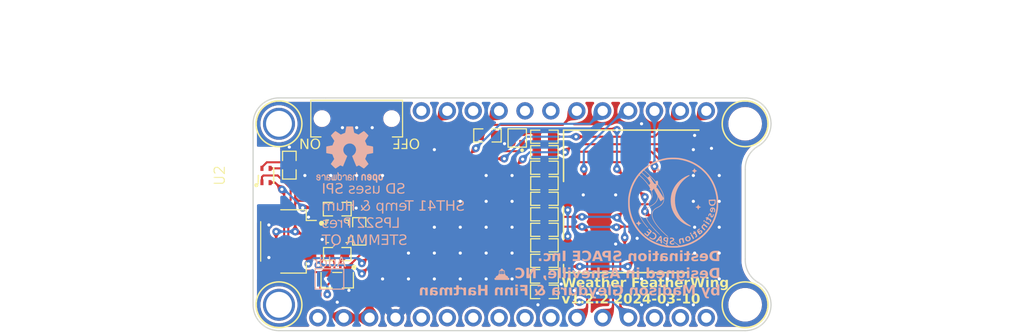
<source format=kicad_pcb>
(kicad_pcb (version 20221018) (generator pcbnew)
  (title_block (title "Weather Featherwing v1.2.1") (date "2024-03-10") (rev "03") (comment 1 "Madison Gleydura") (comment 2 "FINAL") (comment 3 "2024"))
  (layers (0 "F.Cu" signal) (31 "B.Cu" signal) (34 "B.Paste" user) (35 "F.Paste" user) (36 "B.SilkS" user "B.Silkscreen") (37 "F.SilkS" user "F.Silkscreen") (38 "B.Mask" user) (39 "F.Mask" user) (44 "Edge.Cuts" user))
  (net 0 "")
  (net 1 "/A0")
  (net 2 "+3V3")
  (net 3 "GND")
  (net 4 "Net-(D1-DIN)")
  (net 6 "/RST")
  (net 7 "unconnected-(SW1-C-Pad3)")
  (net 8 "/A1")
  (net 9 "/A2")
  (net 10 "/A3")
  (net 11 "/A4")
  (net 12 "/A5")
  (net 13 "/SCK")
  (net 14 "/MOSI")
  (net 15 "/MISO")
  (net 16 "/RX")
  (net 17 "/TX")
  (net 18 "/DBG")
  (net 19 "/DAT2")
  (net 20 "/CS_SD")
  (net 21 "/DAT1")
  (net 22 "/CD")
  (net 23 "/SDA")
  (net 24 "/SCL")
  (net 25 "Net-(JP1-B)")
  (net 26 "/NP_DIN")
  (net 27 "/LPS_INT")
  (net 28 "/EEPROM_SCIO")
  (net 29 "/D12")
  (net 30 "/USB")
  (net 31 "/EN")
  (net 32 "/BAT")
  (net 33 "/D11")
  (net 34 "Net-(U1-CS)")
  (footprint "lib_fp:RESC160X80X55L30N" (layer "F.Cu") (at 142.875 107.95)
    (fp_text reference "R5" hide)
    (fp_text value "10K" hide)
  )
  (footprint "lib_fp:SHT4x" (layer "F.Cu") (at 115.57 104.14 90)
    (fp_text reference "U2")
    (fp_text value "SHT41")
  )
  (footprint "lib_fp:SOT95P237X112-3N" (layer "F.Cu") (at 122.555 114.427 180)
    (fp_text reference "U3" hide)
    (fp_text value "11AA010" hide)
  )
  (footprint "lib_fp:IN-PI15TAT5R5G5B" (layer "F.Cu") (at 140.208 100.457 90)
    (fp_text reference "D1" hide)
    (fp_text value "IN-PI15TAT" hide)
  )
  (footprint "lib_fp:M2.54_NPTH" (layer "F.Cu") (at 162.56 99.06)
    (fp_text reference "H3" hide)
    (fp_text value "M2.5" hide)
  )
  (footprint "lib_fp:MEM2061" (layer "F.Cu") (at 158.3 106.68 90)
    (fp_text reference "J3" hide)
    (fp_text value "MEM2061" hide)
  )
  (footprint "lib_fp:RESC160X80X55L30N" (layer "F.Cu") (at 124.714 109.6264 90)
    (fp_text reference "R10" hide)
    (fp_text value "10K" hide)
  )
  (footprint "lib_fp:RESC160X80X55L30N" (layer "F.Cu") (at 122.555 111.8616 180)
    (fp_text reference "R11" hide)
    (fp_text value "10K" hide)
  )
  (footprint "lib_fp:RESC160X80X55L30N" (layer "F.Cu") (at 142.875 109.474)
    (fp_text reference "R4" hide)
    (fp_text value "10K" hide)
  )
  (footprint "lib_fp:CAPC160X80X88L35N" (layer "F.Cu") (at 142.875 115.57)
    (fp_text reference "C1" hide)
    (fp_text value "10uF" hide)
  )
  (footprint "lib_fp:RESC160X80X55L30N" (layer "F.Cu") (at 142.875 112.522)
    (fp_text reference "R2" hide)
    (fp_text value "10K" hide)
  )
  (footprint "DS-Master-Mounting-Holes:M2.54_NPTH" (layer "F.Cu") (at 162.56 116.84)
    (fp_text reference "H4" hide)
    (fp_text value "M2.5" hide)
  )
  (footprint "lib_fp:LPS22" (layer "F.Cu") (at 122.555 109.6264)
    (fp_text reference "U1" hide)
    (fp_text value "LPS22HB" hide)
  )
  (footprint "lib_fp:JST_SH_SM04B-SRSS-TB" (layer "F.Cu") (at 117.7304 110.6156 -90)
    (fp_text reference "J4" hide)
    (fp_text value "STEMMA-QT" hide)
  )
  (footprint "lib_fp:RESC160X80X55L30N" (layer "F.Cu") (at 142.875 101.854)
    (fp_text reference "R8" hide)
    (fp_text value "4K7" hide)
  )
  (footprint "lib_fp:Fiducial_1mm_Mask2mm" (layer "F.Cu") (at 161.3408 102.362)
    (fp_text reference "FID1" hide)
    (fp_text value "Fiducial")
  )
  (footprint "lib_fp:M2.54_PTH" (layer "F.Cu") (at 116.84 99.06)
    (fp_text reference "H1" hide)
    (fp_text value "M2.5" hide)
  )
  (footprint "lib_fp:RESC160X80X55L30N" (layer "F.Cu") (at 137.287 100.203)
    (fp_text reference "R12" hide)
    (fp_text value "470R" hide)
  )
  (footprint "lib_fp:CAPC160X80X88L35N" (layer "F.Cu") (at 142.875 114.046)
    (fp_text reference "C2" hide)
    (fp_text value "100nF" hide)
  )
  (footprint "lib_fp:RESC160X80X55L30N" (layer "F.Cu") (at 142.875 106.426)
    (fp_text reference "R1" hide)
    (fp_text value "10K" hide)
  )
  (footprint "lib_fp:Fiducial_1mm_Mask2mm" (layer "F.Cu") (at 119.6848 102.362)
    (fp_text reference "FID3" hide)
    (fp_text value "Fiducial")
  )
  (footprint "lib_fp:Fiducial_1mm_Mask2mm" (layer "F.Cu") (at 119.6848 114.935)
    (fp_text reference "FID2" hide)
    (fp_text value "Fiducial")
  )
  (footprint "lib_fp:JS102011SAQN" (layer "F.Cu") (at 124.46 98.552 180)
    (fp_text reference "SW1" hide)
    (fp_text value "JS102011SAQN" hide)
  )
  (footprint "lib_fp:CAPC160X80X88L35N" (layer "F.Cu") (at 122.555 107.442)
    (fp_text reference "C3" hide)
    (fp_text value "100nF" hide)
  )
  (footprint "lib_fp:RESC160X80X55L30N" (layer "F.Cu") (at 142.875 103.378)
    (fp_text reference "R7" hide)
    (fp_text value "10K" hide)
  )
  (footprint "lib_fp:M2.54_PTH" (layer "F.Cu") (at 116.84 116.84)
    (fp_text reference "H2" hide)
    (fp_text value "M2.5" hide)
  )
  (footprint "lib_fp:RESC160X80X55L30N" (layer "F.Cu") (at 142.875 100.33)
    (fp_text reference "R9" hide)
    (fp_text value "4K7" hide)
  )
  (footprint "lib_fp:RESC160X80X55L30N" (layer "F.Cu") (at 142.875 104.902)
    (fp_text reference "R6" hide)
    (fp_text value "10K" hide)
  )
  (footprint "lib_fp:RESC160X80X55L30N" (layer "F.Cu") (at 142.875 110.998)
    (fp_text reference "R3" hide)
    (fp_text value "10K" hide)
  )
  (footprint "lib_fp:CAPC160X80X88L35N" (layer "F.Cu") (at 117.856 103.124 90)
    (fp_text reference "C4" hide)
    (fp_text value "100nF" hide)
  )
  (footprint "Symbol:OSHW-Logo2_7.3x6mm_SilkScreen" (layer "B.Cu") (at 123.7742 102.0826 180)
    (fp_text reference "REF**" hide)
    (fp_text value "OSHW-Logo2_7.3x6mm_SilkScreen" hide)
  )
  (footprint "lib_fp:conn_01x12_254" (layer "B.Cu") (at 158.75 97.79 90)
    (fp_text reference "J2" hide)
    (fp_text value "Feather_Header_01x12" hide)
  )
  (footprint "lib_fp:SolderJumper-2_P1.3mm_Open_TrianglePad1.0x1.5mm" (layer "B.Cu") (at 121.793 114.3 180)
    (fp_text reference "JP1" hide)
    (fp_text value "Jumper_2_Open" hide)
  )
  (footprint "lib_fp:ds-silkscreen-logo-10x10" (layer "B.Cu") (at 156.083 107.403601 180)
    (fp_text reference "G***" hide)
    (fp_text value "LOGO" hide)
  )
  (footprint "lib_fp:conn_01x16_254" (layer "B.Cu") (at 120.65 118.11 -90)
    (fp_text reference "J1" hide)
    (fp_text value "Feather_Header_01x16" hide)
  )
  (footprint "DS-Master-Logos-and-Graphics:avlLogo_2" (layer "B.Cu") (at 138.7094 113.8428 180)
    (fp_text reference "G***" hide)
    (fp_text value "LOGO" hide)
  )
  (gr_arc locked (start 163.836656 114.644151) (mid 162.886209 113.669615) (end 162.575444 112.344287) (stroke (width 0.12)) (layer "Edge.Cuts"))
  (gr_line locked (start 114.3 99.06) (end 114.3 116.84) (stroke (width 0.12)) (layer "Edge.Cuts"))
  (gr_line locked (start 116.84 119.38) (end 162.56 119.38) (stroke (width 0.12)) (layer "Edge.Cuts"))
  (gr_arc locked (start 162.56 96.52) (mid 164.356051 97.263949) (end 165.1 99.06) (stroke (width 0.12)) (layer "Edge.Cuts"))
  (gr_arc locked (start 163.836656 114.644152) (mid 164.761625 115.573333) (end 165.1 116.84) (stroke (width 0.12)) (layer "Edge.Cuts"))
  (gr_line locked (start 121.436 96.52) (end 162.56 96.52) (stroke (width 0.12)) (layer "Edge.Cuts"))
  (gr_arc locked (start 165.1 116.84) (mid 164.356051 118.636051) (end 162.56 119.38) (stroke (width 0.12)) (layer "Edge.Cuts"))
  (gr_arc locked (start 116.84 119.38) (mid 115.043949 118.636051) (end 114.3 116.84) (stroke (width 0.12)) (layer "Edge.Cuts"))
  (gr_line locked (start 162.575444 103.555713) (end 162.575444 112.344287) (stroke (width 0.12)) (layer "Edge.Cuts"))
  (gr_arc locked (start 162.575444 103.555713) (mid 162.886208 102.230385) (end 163.836656 101.255849) (stroke (width 0.12)) (layer "Edge.Cuts"))
  (gr_arc locked (start 114.3 99.06) (mid 115.043949 97.263949) (end 116.84 96.52) (stroke (width 0.12)) (layer "Edge.Cuts"))
  (gr_arc locked (start 165.1 99.06) (mid 164.761625 100.326667) (end 163.836656 101.255848) (stroke (width 0.12)) (layer "Edge.Cuts"))
  (gr_line locked (start 116.84 96.52) (end 121.436 96.52) (stroke (width 0.12)) (layer "Edge.Cuts"))
  (gr_text "SD uses SPI\nSHT41 Temp & Hum\nLPS22 Pres\nSTEMMA QT" (at 121.031 111.125) (layer "B.SilkS") (effects (font (size 1 1) (thickness 0.12)) (justify right bottom mirror)))
  (gr_text "Destination SPACE Inc.\nDesigned in Asheville, NC\nby Madison Gleydura & Finn Hartman" (at 160.147 116.078) (layer "B.SilkS") (effects (font (size 1 1) (thickness 0.2) bold) (justify left bottom mirror)))
  (gr_text "Addr" (at 121.793 113.3) (layer "B.SilkS") (effects (font (size 1 1) (thickness 0.12)) (justify bottom mirror)))
  (gr_text "ON" (at 120.96 100.352 180) (layer "F.SilkS") (effects (font (size 1 1) (thickness 0.12)) (justify left bottom)))
  (gr_text "Weather FeatherWing\nv1.2.2 2024-03-10" (at 144.5514 115.5192) (layer "F.SilkS") (effects (font (size 0.95 0.95) (thickness 0.15) bold) (justify left)))
  (gr_text "OFF" (at 127.96 100.352 180) (layer "F.SilkS") (effects (font (size 1 1) (thickness 0.12)) (justify right bottom)))
  (segment (start 121.464058 113.628942) (end 121.605 113.488) (width 0.2) (layer "F.Cu") (net 2))
  (segment (start 124.714 110.3814) (end 124.714 110.4576) (width 0.5) (layer "F.Cu") (net 2))
  (segment (start 126.111 115.57) (end 142.125 115.57) (width 0.35) (layer "F.Cu") (net 2))
  (segment (start 149.897 99.5655) (end 142.8845 99.5655) (width 0.2) (layer "F.Cu") (net 2))
  (segment (start 125.73 115.951) (end 125.73 115.57) (width 0.35) (layer "F.Cu") (net 2))
  (segment (start 118.491 106.6292) (end 118.745 106.6292) (width 0.2) (layer "F.Cu") (net 2))
  (segment (start 123.19 118.11) (end 122.34 118.11) (width 0.2) (layer "F.Cu") (net 2))
  (segment (start 115.97 103.44) (end 117.422 103.44) (width 0.2) (layer "F.Cu") (net 2))
  (segment (start 120.001209 113.4885) (end 120.141651 113.628942) (width 0.2) (layer "F.Cu") (net 2))
  (segment (start 125.73 115.57) (end 126.111 115.57) (width 0.35) (layer "F.Cu") (net 2))
  (segment (start 120.141651 113.628942) (end 120.904 113.628942) (width 0.2) (layer "F.Cu") (net 2))
  (segment (start 122.0002 108.8604) (end 122.055 108.8604) (width 0.25) (layer "F.Cu") (net 2))
  (segment (start 122.34 118.11) (end 120.904 116.674) (width 0.2) (layer "F.Cu") (net 2))
  (segment (start 118.4289 109.650997) (end 118.4278 109.649897) (width 0.2) (layer "F.Cu") (net 2))
  (segment (start 123.10288 114.4545) (end 122.8575 114.20912) (width 0.25) (layer "F.Cu") (net 2))
  (segment (start 118.745 106.6292) (end 121.0056 106.6292) (width 0.2) (layer "F.Cu") (net 2))
  (segment (start 118.745 106.6292) (end 118.7326 106.6292) (width 0.2) (layer "F.Cu") (net 2))
  (segment (start 121.789 109.3764) (end 121.789 109.0716) (width 0.25) (layer "F.Cu") (net 2))
  (segment (start 122.8575 114.20912) (end 122.8575 112.3141) (width 0.25) (layer "F.Cu") (net 2))
  (segment (start 121.805 107.4286) (end 121.805 107.442) (width 0.2) (layer "F.Cu") (net 2))
  (segment (start 119.231136 110.1156) (end 119.7304 110.1156) (width 0.2) (layer "F.Cu") (net 2))
  (segment (start 124.6145 114.4545) (end 123.10288 114.4545) (width 0.25) (layer "F.Cu") (net 2))
  (segment (start 117.422 103.44) (end 117.856 103.874) (width 0.2) (layer "F.Cu") (net 2))
  (segment (start 118.4278 104.4458) (end 117.856 103.874) (width 0.2) (layer "F.Cu") (net 2))
  (segment (start 153.1246 108.065) (end 155.9 108.065) (width 0.2) (layer "F.Cu") (net 2))
  (segment (start 118.4278 106.934) (end 118.4278 106.299) (width 0.2) (layer "F.Cu") (net 2))
  (segment (start 125.73 115.951) (end 126.111 115.57) (width 0.35) (layer "F.Cu") (net 2))
  (segment (start 118.7326 106.6292) (end 118.4278 106.934) (width 0.2) (layer "F.Cu") (net 2))
  (segment (start 149.987 99.6555) (end 149.897 99.5655) (width 0.2) (layer "F.Cu") (net 2))
  (segment (start 142.8845 99.5655) (end 142.12 100.33) (width 0.2) (layer "F.Cu") (net 2))
  (segment (start 152.7302 107.6706) (end 153.1246 108.065) (width 0.2) (layer "F.Cu") (net 2))
  (segment (start 125.73 115.57) (end 124.6145 114.4545) (width 0.25) (layer "F.Cu") (net 2))
  (segment (start 122.055 108.8604) (end 122.055 107.692) (width 0.25) (layer "F.Cu") (net 2))
  (segment (start 118.766533 109.650997) (end 119.231136 110.1156) (width 0.2) (layer "F.Cu") (net 2))
  (segment (start 149.987 103.505) (end 152.7302 106.2482) (width 0.2) (layer "F.Cu") (net 2))
  (segment (start 121.789 109.0716) (end 122.0002 108.8604) (width 0.25) (layer "F.Cu") (net 2))
  (segment (start 122.055 107.692) (end 121.805 107.442) (width 0.25) (layer "F.Cu") (net 2))
  (segment (start 140.683 99.982) (end 141.772 99.982) (width 0.2) (layer "F.Cu") (net 2))
  (segment (start 122.8575 112.3141) (end 123.31 111.8616) (width 0.25) (layer "F.Cu") (net 2))
  (segment (start 118.9495 113.4885) (end 120.001209 113.4885) (width 0.2) (layer "F.Cu") (net 2))
  (segment (start 116.5606 109.6518) (end 116.5606 111.0996) (width 0.2) (layer "F.Cu") (net 2))
  (segment (start 120.904 116.674) (end 120.904 113.628942) (width 0.2) (layer "F.Cu") (net 2))
  (segment (start 141.772 99.982) (end 142.12 100.33) (width 0.2) (layer "F.Cu") (net 2))
  (segment (start 125.73 118.11) (end 123.19 118.11) (width 0.35) (layer "F.Cu") (net 2))
  (segment (start 118.745 106.6292) (end 118.745 106.6162) (width 0.2) (layer "F.Cu") (net 2))
  (segment (start 118.4278 109.649897) (end 118.4278 106.934) (width 0.2) (layer "F.Cu") (net 2))
  (segment (start 120.904 113.628942) (end 121.464058 113.628942) (width 0.2) (layer "F.Cu") (net 2))
  (segment (start 118.4278 106.299) (end 118.4278 104.4458) (width 0.2) (layer "F.Cu") (net 2))
  (segment (start 116.5606 111.0996) (end 118.9495 113.4885) (width 0.2) (layer "F.Cu") (net 2))
  (segment (start 118.745 106.6162) (end 118.4278 106.299) (width 0.2) (layer "F.Cu") (net 2))
  (segment (start 119.7304 110.1156) (end 119.729 110.117) (width 0.2) (layer "F.Cu") (net 2))
  (segment (start 118.4289 109.650997) (end 118.766533 109.650997) (width 0.2) (layer "F.Cu") (net 2))
  (segment (start 124.714 110.4576) (end 123.31 111.8616) (width 0.5) (layer "F.Cu") (net 2))
  (segment (start 121.0056 106.6292) (end 121.805 107.4286) (width 0.2) (layer "F.Cu") (net 2))
  (segment (start 125.73 118.11) (end 125.73 115.951) (width 0.35) (layer "F.Cu") (net 2))
  (via (at 152.7302 107.6706) (size 0.75) (drill 0.31) (layers "F.Cu" "B.Cu") (net 2))
  (via (at 149.987 103.505) (size 0.75) (drill 0.31) (layers "F.Cu" "B.Cu") (net 2))
  (via (at 152.7302 106.2482) (size 0.75) (drill 0.31) (layers "F.Cu" "B.Cu") (net 2))
  (via (at 149.987 99.6555) (size 0.75) (drill 0.31) (layers "F.Cu" "B.Cu") (net 2))
  (via (at 118.4289 109.650997) (size 0.75) (drill 0.31) (layers "F.Cu" "B.Cu") (net 2))
  (via (at 116.5606 109.6518) (size 0.75) (drill 0.31) (layers "F.Cu" "B.Cu") (net 2))
  (segment (start 152.7302 106.2482) (end 152.7302 107.6706) (width 0.2) (layer "B.Cu") (net 2))
  (segment (start 149.987 99.6555) (end 149.987 103.505) (width 0.2) (layer "B.Cu") (net 2))
  (segment (start 118.4289 109.650997) (end 118.428097 109.6518) (width 0.2) (layer "B.Cu") (net 2))
  (segment (start 118.428097 109.6518) (end 116.5606 109.6518) (width 0.2) (layer "B.Cu") (net 2))
  (segment (start 121.07963 110.422125) (end 121.109355 110.3924) (width 0.2) (layer "F.Cu") (net 3))
  (segment (start 121.109355 110.3924) (end 122.055 110.3924) (width 0.2) (layer "F.Cu") (net 3))
  (segment (start 115.17 103.3208) (end 115.6462 102.8446) (width 0.2) (layer "F.Cu") (net 3))
  (segment (start 124.4092 107.3404) (end 123.4066 107.3404) (width 0.5) (layer "F.Cu") (net 3))
  (segment (start 115.8554 108.9946) (end 115.85 109) (width 0.2) (layer "F.Cu") (net 3))
  (segment (start 138.9634 101.0158) (end 139.6492 101.0158) (width 0.2) (layer "F.Cu") (net 3))
  (segment (start 117.3854 102.8446) (end 117.856 102.374) (width 0.2) (layer "F.Cu") (net 3))
  (segment (start 124.46 101.981) (end 124.46 101.302) (width 0.25) (layer "F.Cu") (net 3))
  (segment (start 115.8554 112.2054) (end 115.85 112.2) (width 0.2) (layer "F.Cu") (net 3))
  (segment (start 123.4066 107.3404) (end 123.305 107.442) (width 0.5) (layer "F.Cu") (net 3))
  (segment (start 115.6462 102.8446) (end 117.3854 102.8446) (width 0.2) (layer "F.Cu") (net 3))
  (segment (start 139.6492 101.0158) (end 139.733 100.932) (width 0.2) (layer "F.Cu") (net 3))
  (segment (start 115.17 103.44) (end 115.17 103.3208) (width 0.2) (layer "F.Cu") (net 3))
  (segment (start 122.555 108.8604) (end 123.055 108.8604) (width 0.2) (layer "F.Cu") (net 3))
  (via (at 149.86 110.871) (size 0.75) (drill 0.31) (layers "F.Cu" "B.Cu") (net 3))
  (via (at 149.86 106.045) (size 0.75) (drill 0.31) (layers "F.Cu" "B.Cu") (net 3))
  (via (at 132.08 109.22) (size 0.75) (drill 0.31) (layers "F.Cu" "B.Cu") (net 3))
  (via (at 152.4 114.3) (size 0.75) (drill 0.31) (layers "F.Cu" "B.Cu") (net 3))
  (via (at 115.85 112.2) (size 0.75) (drill 0.31) (layers "F.Cu" "B.Cu") (net 3))
  (via (at 134.62 111.76) (size 0.75) (drill 0.31) (layers "F.Cu" "B.Cu") (net 3))
  (via (at 157.48 104.14) (size 0.75) (drill 0.31) (layers "F.Cu" "B.Cu") (net 3))
  (via (at 121.07963 110.422125) (size 0.75) (drill 0.31) (layers "F.Cu" "B.Cu") (net 3))
  (via (at 124.46 104.14) (size 0.75) (drill 0.31) (layers "F.Cu" "B.Cu") (net 3))
  (via (at 117.856 101.346) (size 0.75) (drill 0.31) (layers "F.Cu" "B.Cu") (net 3))
  (via (at 132.08 101.6) (size 0.75) (drill 0.31) (layers "F.Cu" "B.Cu") (net 3))
  (via (at 137.16 106.68) (size 0.75) (drill 0.31) (layers "F.Cu" "B.Cu") (net 3))
  (via (at 160.02 104.14) (size 0.75) (drill 0.31) (layers "F.Cu" "B.Cu") (net 3))
  (via (at 123.063 99.441) (size 0.75) (drill 0.31) (layers "F.Cu" "B.Cu") (net 3))
  (via (at 134.62 114.3) (size 0.75) (drill 0.31) (layers "F.Cu" "B.Cu") (net 3))
  (via (at 124.4092 107.3404) (size 0.75) (drill 0.31) (layers "F.Cu" "B.Cu") (net 3))
  (via (at 139.7 114.3) (size 0.75) (drill 0.31) (layers "F.Cu" "B.Cu") (net 3))
  (via (at 151.9682 110.3122) (size 0.75) (drill 0.31) (layers "F.Cu" "B.Cu") (net 3))
  (via (at 132.08 114.3) (size 0.75) (drill 0.31) (layers "F.Cu" "B.Cu") (net 3))
  (via (at 157.607 111.76) (size 0.75) (drill 0.31) (layers "F.Cu" "B.Cu") (net 3))
  (via (at 139.7 111.76) (size 0.75) (drill 0.31) (layers "F.Cu" "B.Cu") (net 3))
  (via (at 138.9634 101.0158) (size 0.75) (drill 0.31) (layers "F.Cu" "B.Cu") (net 3))
  (via (at 154.94 114.3) (size 0.75) (drill 0.31) (layers "F.Cu" "B.Cu") (net 3))
  (via (at 159.258 101.473) (size 0.75) (drill 0.31) (layers "F.Cu" "B.Cu") (net 3))
  (via (at 134.62 109.22) (size 0.75) (drill 0.31) (layers "F.Cu" "B.Cu") (net 3))
  (via (at 129.54 114.3) (size 0.75) (drill 0.31) (layers "F.Cu" "B.Cu") (net 3))
  (via (at 137.16 104.14) (size 0.75) (drill 0.31) (layers "F.Cu" "B.Cu") (net 3))
  (via (at 160.02 106.68) (size 0.75) (drill 0.31) (layers "F.Cu" "B.Cu") (net 3))
  (via (at 137.16 114.3) (size 0.75) (drill 0.31) (layers "F.Cu" "B.Cu") (net 3))
  (via (at 157.48 106.68) (size 0.75) (drill 0.31) (layers "F.Cu" "B.Cu") (net 3))
  (via (at 157.607 109.22) (size 0.75) (drill 0.31) (layers "F.Cu" "B.Cu") (net 3))
  (via (at 145.796 115.443) (size 0.75) (drill 0.31) (layers "F.Cu" "B.Cu") (net 3))
  (via (at 134.62 106.68) (size 0.75) (drill 0.31) (layers "F.Cu" "B.Cu") (net 3))
  (via (at 139.7 109.22) (size 0.75) (drill 0.31) (layers "F.Cu" "B.Cu") (net 3))
  (via (at 152.4 116.84) (size 0.75) (drill 0.31) (layers "F.Cu" "B.Cu") (net 3))
  (via (at 137.16 109.22) (size 0.75) (drill 0.31) (layers "F.Cu" "B.Cu") (net 3))
  (via (at 115.85 109) (size 0.75) (drill 0.31) (layers "F.Cu" "B.Cu") (net 3))
  (via (at 152.4 99.06) (size 0.75) (drill 0.31) (layers "F.Cu" "B.Cu") (net 3))
  (via (at 160.02 114.3) (size 0.75) (drill 0.31) (layers "F.Cu" "B.Cu") (net 3))
  (via (at 160.02 111.76) (size 0.75) (drill 0.31) (layers "F.Cu" "B.Cu") (net 3))
  (via (at 123.698 115.4176) (size 0.75) (drill 0.31) (layers "F.Cu" "B.Cu") (net 3))
  (via (at 157.607 100.203) (size 0.75) (drill 0.31) (layers "F.Cu" "B.Cu") (net 3))
  (via (at 124.46 99.441) (size 0.75) (drill 0.31) (layers "F.Cu" "B.Cu") (net 3))
  (via (at 160.02 109.22) (size 0.75) (drill 0.31) (layers "F.Cu" "B.Cu") (net 3))
  (via (at 127 104.14) (size 0.75) (drill 0.31) (layers "F.Cu" "B.Cu") (net 3))
  (via (at 157.48 116.84) (size 0.75) (drill 0.31) (layers "F.Cu" "B.Cu") (net 3))
  (via (at 122.555 116.586) (size 0.75) (drill 0.31) (layers "F.Cu" "B.Cu") (net 3))
  (via (at 146.685 106.045) (size 0.75) (drill 0.31) (layers "F.Cu" "B.Cu") (net 3))
  (via (at 129.54 111.76) (size 0.75) (drill 0.31) (layers "F.Cu" "B.Cu") (net 3))
  (via (at 119.38 104.14) (size 0.75) (drill 0.31) (layers "F.Cu" "B.Cu") (net 3))
  (via (at 127 114.3) (size 0.75) (drill 0.31) (layers "F.Cu" "B.Cu") (net 3))
  (via (at 142.24 116.84) (size 0.75) (drill 0.31) (layers "F.Cu" "B.Cu") (net 3))
  (via (at 121.92 104.14) (size 0.75) (drill 0.31) (layers "F.Cu" "B.Cu") (net 3))
  (via (at 148.082 115.697) (size 0.75) (drill 0.31) (layers "F.Cu" "B.Cu") (net 3))
  (via (at 157.48 101.6) (size 0.75) (drill 0.31) (layers "F.Cu" "B.Cu") (net 3))
  (via (at 132.08 111.76) (size 0.75) (drill 0.31) (layers "F.Cu" "B.Cu") (net 3))
  (via (at 139.7 104.14) (size 0.75) (drill 0.31) (layers "F.Cu" "B.Cu") (net 3))
  (via (at 137.16 111.76) (size 0.75) (drill 0.31) (layers "F.Cu" "B.Cu") (net 3))
  (via (at 119.7356 108.2294) (size 0.75) (drill 0.31) (layers "F.Cu" "B.Cu") (net 3))
  (via (at 125.984 99.441) (size 0.75) (drill 0.31) (layers "F.Cu" "B.Cu") (net 3))
  (via (at 139.7 106.68) (size 0.75) (drill 0.31) (layers "F.Cu" "B.Cu") (net 3))
  (via (at 154.94 116.84) (size 0.75) (drill 0.31) (layers "F.Cu" "B.Cu") (net 3))
  (via (at 144.526 114.808) (size 0.75) (drill 0.31) (layers "F.Cu" "B.Cu") (net 3))
  (segment (start 138.684 101.7524) (end 140.3096 101.7524) (width 0.2) (layer "F.Cu") (net 4))
  (segment (start 140.3096 101.7524) (end 140.683 101.379) (width 0.2) (layer "F.Cu") (net 4))
  (segment (start 140.683 101.379) (end 140.683 100.932) (width 0.2) (layer "F.Cu") (net 4))
  (segment (start 138.169 100.203) (end 138.169 100.457) (width 0.2) (layer "F.Cu") (net 4))
  (segment (start 138.042 100.203) (end 138.042 101.1104) (width 0.2) (layer "F.Cu") (net 4))
  (segment (start 138.042 101.1104) (end 138.684 101.7524) (width 0.2) (layer "F.Cu") (net 4))
  (segment (start 121.96 101.302) (end 121.96 101.894) (width 0.25) (layer "F.Cu") (net 7))
  (segment (start 121.96 101.302) (end 121.96 101.9194) (width 0.25) (layer "F.Cu") (net 7))
  (segment (start 121.96 101.302) (end 121.99562 101.302) (width 0.25) (layer "F.Cu") (net 7))
  (segment (start 143.9348 109.1692) (end 143.884 109.22) (width 0.2) (layer "F.Cu") (net 13))
  (segment (start 146.558 109.1692) (end 147.066 109.6772) (width 0.2) (layer "F.Cu") (net 13))
  (segment (start 147.066 117.094) (end 146.05 118.11) (width 0.2) (layer "F.Cu") (net 13))
  (segment (start 143.884 109.22) (end 143.884 109.474) (width 0.2) (layer "F.Cu") (net 13))
  (segment (start 147.066 109.6772) (end 147.066 117.094) (width 0.2) (layer "F.Cu") (net 13))
  (segment (start 149.9912 109.165) (end 155.7 109.165) (width 0.2) (layer "F.Cu") (net 13))
  (segment (start 146.558 109.1692) (end 143.9348 109.1692) (width 0.2) (layer "F.Cu") (net 13))
  (segment (start 149.9362 109.22) (end 149.9912 109.165) (width 0.2) (layer "F.Cu") (net 13))
  (via (at 146.558 109.1692) (size 0.75) (drill 0.31) (layers "F.Cu" "B.Cu") (net 13))
  (via (at 149.9362 109.22) (size 0.75) (drill 0.31) (layers "F.Cu" "B.Cu") (net 13))
  (segment (start 146.5834 109.1946) (end 146.558 109.1692) (width 0.2) (layer "B.Cu") (net 13))
  (segment (start 149.9108 109.1946) (end 146.5834 109.1946) (width 0.2) (layer "B.Cu") (net 13))
  (segment (start 149.9362 109.22) (end 149.9108 109.1946) (width 0.2) (layer "B.Cu") (net 13))
  (segment (start 143.884 108.204) (end 143.63 107.95) (width 0.2) (layer "F.Cu") (net 14))
  (segment (start 150.749 110.998) (end 149.606 112.141) (width 0.2) (layer "F.Cu") (net 14))
  (segment (start 149.606 117.094) (end 148.59 118.11) (width 0.2) (layer "F.Cu") (net 14))
  (segment (start 149.606 112.141) (end 149.606 117.094) (width 0.2) (layer "F.Cu") (net 14))
  (segment (start 149.990397 108.271545) (end 151.296942 106.965) (width 0.2) (layer "F.Cu") (net 14))
  (segment (start 151.296942 106.965) (end 155.7 106.965) (width 0.2) (layer "F.Cu") (net 14))
  (segment (start 150.749 110.236) (end 150.749 110.998) (width 0.2) (layer "F.Cu") (net 14))
  (segment (start 146.558 108.204) (end 143.884 108.204) (width 0.2) (layer "F.Cu") (net 14))
  (via (at 146.558 108.204) (size 0.75) (drill 0.31) (layers "F.Cu" "B.Cu") (net 14))
  (via (at 149.990397 108.271545) (size 0.75) (drill 0.31) (layers "F.Cu" "B.Cu") (net 14))
  (via (at 150.749 110.236) (size 0.75) (drill 0.31) (layers "F.Cu" "B.Cu") (net 14))
  (segment (start 150.749 109.030148) (end 150.749 110.236) (width 0.2) (layer "B.Cu") (net 14))
  (segment (start 149.922852 108.204) (end 146.558 108.204) (width 0.2) (layer "B.Cu") (net 14))
  (segment (start 149.990397 108.271545) (end 149.922852 108.204) (width 0.2) (layer "B.Cu") (net 14))
  (segment (start 149.990397 108.271545) (end 150.749 109.030148) (width 0.2) (layer "B.Cu") (net 14))
  (segment (start 142.875 116.205) (end 142.875 111.753) (width 0.2) (layer "F.Cu") (net 15))
  (segment (start 143.256 116.586) (end 142.875 116.205) (width 0.2) (layer "F.Cu") (net 15))
  (segment (start 150.3172 117.2972) (end 150.3172 112.2934) (width 0.2) (layer "F.Cu") (net 15))
  (segment (start 146.304 116.586) (end 143.256 116.586) (width 0.2) (layer "F.Cu") (net 15))
  (segment (start 150.3172 112.2934) (end 151.2456 111.365) (width 0.2) (layer "F.Cu") (net 15))
  (segment (start 151.13 118.11) (end 150.3172 117.2972) (width 0.2) (layer "F.Cu") (net 15))
  (segment (start 151.2456 111.365) (end 155.7 111.365) (width 0.2) (layer "F.Cu") (net 15))
  (segment (start 142.875 111.753) (end 143.63 110.998) (width 0.2) (layer "F.Cu") (net 15))
  (via (at 146.304 116.586) (size 0.75) (drill 0.31) (layers "F.Cu" "B.Cu") (net 15))
  (segment (start 146.304 116.586) (end 149.606 116.586) (width 0.2) (layer "B.Cu") (net 15))
  (segment (start 149.606 116.586) (end 151.13 118.11) (width 0.2) (layer "B.Cu") (net 15))
  (segment (start 144.392 103.378) (end 143.63 103.378) (width 0.2) (layer "F.Cu") (net 19))
  (segment (start 153.3652 101.8032) (end 145.9668 101.8032) (width 0.2) (layer "F.Cu") (net 19))
  (segment (start 155.7 104.765) (end 155.7 104.138) (width 0.2) (layer "F.Cu") (net 19))
  (segment (start 155.7 104.138) (end 153.3652 101.8032) (width 0.2) (layer "F.Cu") (net 19))
  (segment (start 145.9668 101.8032) (end 144.392 103.378) (width 0.2) (layer "F.Cu") (net 19))
  (segment (start 145.709 102.83) (end 153.249 102.83) (width 0.2) (layer "F.Cu") (net 20))
  (segment (start 153.249 102.83) (end 153.67 103.251) (width 0.2) (layer "F.Cu") (net 20))
  (segment (start 143.884 104.902) (end 143.884 104.655) (width 0.2) (layer "F.Cu") (net 20))
  (segment (start 153.67 104.902) (end 154.633 105.865) (width 0.2) (layer "F.Cu") (net 20))
  (segment (start 143.884 104.655) (end 145.709 102.83) (width 0.2) (layer "F.Cu") (net 20))
  (segment (start 153.67 103.251) (end 153.67 104.902) (width 0.2) (layer "F.Cu") (net 20))
  (segment (start 154.633 105.865) (end 155.3 105.865) (width 0.2) (layer "F.Cu") (net 20))
  (via (at 153.67 103.251) (size 0.75) (drill 0.31) (layers "F.Cu" "B.Cu") (net 20))
  (segment (start 153.67 97.79) (end 153.67 103.251) (width 0.2) (layer "B.Cu") (net 20))
  (segment (start 151.0538 113.0808) (end 151.6696 112.465) (width 0.25) (layer "F.Cu") (net 21))
  (segment (start 144.1888 113.0808) (end 146.3294 113.0808) (width 0.2) (layer "F.Cu") (net 21))
  (segment (start 143.63 112.522) (end 144.1888 113.0808) (width 0.2) (layer "F.Cu") (net 21))
  (segment (start 151.6696 112.465) (end 155.7 112.465) (width 0.25) (layer "F.Cu") (net 21))
  (via (at 151.0538 113.0808) (size 0.75) (drill 0.31) (layers "F.Cu" "B.Cu") (net 21))
  (via (at 146.3294 113.0808) (size 0.75) (drill 0.31) (layers "F.Cu" "B.Cu") (net 21))
  (segment (start 151.0538 113.0808) (end 146.3294 113.0808) (width 0.25) (layer "B.Cu") (net 21))
  (segment (start 145.161 107.529) (end 145.161 105.966) (width 0.2) (layer "F.Cu") (net 22))
  (segment (start 145.15 105.955) (end 145.15 105.802) (width 0.2) (layer "F.Cu") (net 22))
  (segment (start 143.63 106.426) (end 144.679 106.426) (width 0.2) (layer "F.Cu") (net 22))
  (segment (start 144.679 106.426) (end 145.15 105.955) (width 0.2) (layer "F.Cu") (net 22))
  (segment (start 145.161 110.109) (end 145.161 111.644) (width 0.2) (layer "F.Cu") (net 22))
  (segment (start 145.15 105.802) (end 146.7358 104.2162) (width 0.2) (layer "F.Cu") (net 22))
  (segment (start 145.161 105.966) (end 145.15 105.955) (width 0.2) (layer "F.Cu") (net 22))
  (segment (start 145.161 111.644) (end 145.15 111.655) (width 0.2) (layer "F.Cu") (net 22))
  (segment (start 146.7358 104.2162) (end 146.7358 103.5045) (width 0.2) (layer "F.Cu") (net 22))
  (via (at 145.161 110.109) (size 0.75) (drill 0.31) (layers "F.Cu" "B.Cu") (net 22))
  (via (at 145.161 107.529) (size 0.75) (drill 0.31) (layers "F.Cu" "B.Cu") (net 22))
  (via (at 146.7358 103.5045) (size 0.75) (drill 0.31) (layers "F.Cu" "B.Cu") (net 22))
  (segment (start 145.161 107.529) (end 145.161 110.109) (width 0.2) (layer "B.Cu") (net 22))
  (segment (start 146.7358 103.5045) (end 146.7358 101.7016) (width 0.2) (layer "B.Cu") (net 22))
  (segment (start 146.7358 101.7016) (end 150.6474 97.79) (width 0.2) (layer "B.Cu") (net 22))
  (segment (start 150.6474 97.79) (end 151.13 97.79) (width 0.2) (layer "B.Cu") (net 22))
  (segment (start 140.0302 103.251) (end 140.7414 102.5398) (width 0.2) (layer "F.Cu") (net 23))
  (segment (start 119.7489 111.0971) (end 120.904 111.0971) (width 0.2) (layer "F.Cu") (net 23))
  (segment (start 130.8735 105.156) (end 134.112 105.156) (width 0.2) (layer "F.Cu") (net 23))
  (segment (start 116.713707 104.14) (end 117.983 105.409293) (width 0.2) (layer "F.Cu") (net 23))
  (segment (start 121.031 111.252) (end 121.031 111.0971) (width 0.2) (layer "F.Cu") (net 23))
  (segment (start 134.112 105.156) (end 136.017 103.251) (width 0.2) (layer "F.Cu") (net 23))
  (segment (start 127 111.76) (end 127 109.0295) (width 0.2) (layer "F.Cu") (net 23))
  (segment (start 124.968 113.792) (end 127 111.76) (width 0.2) (layer "F.Cu") (net 23))
  (segment (start 121.031 111.252) (end 121.031 111.2241) (width 0.2) (layer "F.Cu") (net 23))
  (segment (start 144.907 101.854) (end 143.63 101.854) (width 0.2) (layer "F.Cu") (net 23))
  (segment (start 122.555 110.7186) (end 122.555 110.3924) (width 0.2) (layer "F.Cu") (net 23))
  (segment (start 121.031 112.629401) (end 121.031 111.252) (width 0.2) (layer "F.Cu") (net 23))
  (segment (start 115.17 104.84) (end 115.17 104.286) (width 0.2) (layer "F.Cu") (net 23))
  (segment (start 118.6848 111.1156) (end 119.7304 111.1156) (width 0.2) (layer "F.Cu") (net 23))
  (segment (start 136.017 103.251) (end 140.0302 103.251) (width 0.2) (layer "F.Cu") (net 23))
  (segment (start 122.1765 111.0971) (end 122.555 110.7186) (width 0.2) (layer "F.Cu") (net 23))
  (segment (start 144.907 101.854) (end 145.6944 101.0666) (width 0.2) (layer "F.Cu") (net 23))
  (segment (start 115.17 104.286) (end 115.316 104.14) (width 0.2) (layer "F.Cu") (net 23))
  (segment (start 121.031 111.0971) (end 121.158 111.0971) (width 0.2) (layer "F.Cu") (net 23))
  (segment (start 119.7304 111.1156) (end 119.7489 111.0971) (width 0.2) (layer "F.Cu") (net 23))
  (segment (start 115.316 104.14) (end 116.713707 104.14) (width 0.2) (layer "F.Cu") (net 23))
  (segment (start 145.6944 101.0666) (end 155.4734 101.0666) (width 0.2) (layer "F.Cu") (net 23))
  (segment (start 117.7544 106.775795) (end 117.7544 110.1852) (width 0.2) (layer "F.Cu") (net 23))
  (segment (start 127 109.0295) (end 130.8735 105.156) (width 0.2) (layer "F.Cu") (net 23))
  (segment (start 117.983 105.409293) (end 117.983 106.547195) (width 0.2) (layer "F.Cu") (net 23))
  (segment (start 117.983 106.547195) (end 117.7544 106.775795) (width 0.2) (layer "F.Cu") (net 23))
  (segment (start 120.904 111.0971) (end 121.031 111.0971) (width 0.2) (layer "F.Cu") (net 23))
  (segment (start 121.031 111.2241) (end 121.158 111.0971) (width 0.2) (layer "F.Cu") (net 23))
  (segment (start 117.7544 110.1852) (end 118.6848 111.1156) (width 0.2) (layer "F.Cu") (net 23))
  (segment (start 121.031 111.2241) (end 120.904 111.0971) (width 0.2) (layer "F.Cu") (net 23))
  (segment (start 155.4734 101.0666) (end 158.75 97.79) (width 0.2) (layer "F.Cu") (net 23))
  (segment (start 120.705959 112.954442) (end 121.031 112.629401) (width 0.2) (layer "F.Cu") (net 23))
  (segment (start 121.158 111.0971) (end 122.1765 111.0971) (width 0.2) (layer "F.Cu") (net 23))
  (via (at 120.705959 112.954442) (size 0.75) (drill 0.31) (layers "F.Cu" "B.Cu") (net 23))
  (via (at 144.907 101.854) (size 0.75) (drill 0.31) (layers "F.Cu" "B.Cu") (net 23))
  (via (at 124.968 113.792) (size 0.75) (drill 0.31) (layers "F.Cu" "B.Cu") (net 23))
  (via (at 140.7414 102.5398) (size 0.75) (drill 0.31) (layers "F.Cu" "B.Cu") (net 23))
  (segment (start 124.129942 112.953942) (end 120.706459 112.953942) (width 0.2) (layer "B.Cu") (net 23))
  (segment (start 124.968 113.792) (end 124.129942 112.953942) (width 0.2) (layer "B.Cu") (net 23))
  (segment (start 140.7414 102.5398) (end 141.4272 101.854) (width 0.2) (layer "B.Cu") (net 23))
  (segment (start 120.706459 112.953942) (end 120.705959 112.954442) (width 0.2) (layer "B.Cu") (net 23))
  (segment (start 141.4272 101.854) (end 144.907 101.854) (width 0.2) (layer "B.Cu") (net 23))
  (segment (start 119.1655 107.315) (end 119.7864 107.315) (width 0.2) (layer "F.Cu") (net 24))
  (segment (start 119.729 112.806114) (end 119.721614 112.8135) (width 0.2) (layer "F.Cu") (net 24))
  (segment (start 145.9738 100.33) (end 143.63 100.33) (width 0.2) (layer "F.Cu") (net 24))
  (segment (start 117.348 110.7186) (end 118.7464 112.117) (width 0.2) (layer "F.Cu") (net 24))
  (segment (start 119.7304 112.1156) (end 119.729 112.117) (width 0.2) (layer "F.Cu") (net 24))
  (segment (start 117.125056 105.505944) (end 117.348 105.728888) (width 0.2) (layer "F.Cu") (net 24))
  (segment (start 119.729 112.117) (end 120.1942 112.117) (width 0.2) (layer "F.Cu") (net 24))
  (segment (start 121.4885 109.8764) (end 121.789 109.8764) (width 0.2) (layer "F.Cu") (net 24))
  (segment (start 145.9738 100.33) (end 153.67 100.33) (width 0.2) (layer "F.Cu") (net 24))
  (segment (start 117.125056 105.505944) (end 116.459112 104.84) (width 0.2) (layer "F.Cu") (net 24))
  (segment (start 135.89 102.489) (end 133.858 104.521) (width 0.2) (layer "F.Cu") (net 24))
  (segment (start 126.365 111.379) (end 124.968 112.776) (width 0.2) (layer "F.Cu") (net 24))
  (segment (start 121.031 108.5596) (end 121.031 109.4189) (width 0.2) (layer "F.Cu") (net 24))
  (segment (start 116.459112 104.84) (end 115.97 104.84) (width 0.2) (layer "F.Cu") (net 24))
  (segment (start 121.031 109.4189) (end 121.4885 109.8764) (width 0.2) (layer "F.Cu") (net 24))
  (segment (start 117.348 105.728888) (end 117.348 110.7186) (width 0.2) (layer "F.Cu") (net 24))
  (segment (start 153.67 100.33) (end 156.21 97.79) (width 0.2) (layer "F.Cu") (net 24))
  (segment (start 138.938 102.489) (end 135.89 102.489) (width 0.2) (layer "F.Cu") (net 24))
  (segment (start 126.365 108.80725) (end 126.365 111.379) (width 0.2) (layer "F.Cu") (net 24))
  (segment (start 130.65125 104.521) (end 126.365 108.80725) (width 0.2) (layer "F.Cu") (net 24))
  (segment (start 119.729 112.117) (end 119.729 112.806114) (width 0.2) (layer "F.Cu") (net 24))
  (segment (start 133.858 104.521) (end 130.65125 104.521) (width 0.2) (layer "F.Cu") (net 24))
  (segment (start 118.7464 112.117) (end 119.729 112.117) (width 0.2) (layer "F.Cu") (net 24))
  (segment (start 119.7864 107.315) (end 121.031 108.5596) (width 0.2) (layer "F.Cu") (net 24))
  (via (at 117.125056 105.505944) (size 0.75) (drill 0.31) (layers "F.Cu" "B.Cu") (net 24))
  (via (at 145.9738 100.33) (size 0.75) (drill 0.31) (layers "F.Cu" "B.Cu") (net 24))
  (via (at 119.1655 107.315) (size 0.75) (drill 0.31) (layers "F.Cu" "B.Cu") (net 24))
  (via (at 138.938 102.489) (size 0.75) (drill 0.31) (layers "F.Cu" "B.Cu") (net 24))
  (via (at 119.721614 112.8135) (size 0.75) (drill 0.31) (layers "F.Cu" "B.Cu") (net 24))
  (via (at 124.968 112.776) (size 0.75) (drill 0.31) (layers "F.Cu" "B.Cu") (net 24))
  (segment (start 141.097 100.33) (end 145.9738 100.33) (width 0.2) (layer "B.Cu") (net 24))
  (segment (start 124.450644 112.258644) (end 120.27647 112.258644) (width 0.2) (layer "B.Cu") (net 24))
  (segment (start 119.1655 107.315) (end 117.356444 105.505944) (width 0.2) (layer "B.Cu") (net 24))
  (segment (start 120.27647 112.258644) (end 119.721614 112.8135) (width 0.2) (layer "B.Cu") (net 24))
  (segment (start 138.938 102.489) (end 141.097 100.33) (width 0.2) (layer "B.Cu") (net 24))
  (segment (start 124.968 112.776) (end 124.450644 112.258644) (width 0.2) (layer "B.Cu") (net 24))
  (segment (start 117.356444 105.505944) (end 117.125056 105.505944) (width 0.2) (layer "B.Cu") (net 24))
  (segment (start 122.2756 114.2238) (end 122.2756 112.3372) (width 0.2) (layer "F.Cu") (net 25))
  (segment (start 121.579 115.824) (end 121.579 114.9204) (width 0.2) (layer "F.Cu") (net 25))
  (segment (start 122.362625 111.4971) (end 123.055 110.804725) (width 0.2) (layer "F.Cu") (net 25))
  (segment (start 121.579 114.9204) (end 122.2756 114.2238) (width 0.2) (layer "F.Cu") (net 25))
  (segment (start 122.2756 112.3372) (end 121.8 111.8616) (width 0.2) (layer "F.Cu") (net 25))
  (segment (start 123.055 110.804725) (end 123.055 110.3924) (width 0.2) (layer "F.Cu") (net 25))
  (segment (start 122.1645 111.4971) (end 122.362625 111.4971) (width 0.2) (layer "F.Cu") (net 25))
  (segment (start 121.8 111.8616) (end 122.1645 111.4971) (width 0.2) (layer "F.Cu") (net 25))
  (via (at 121.579 115.824) (size 0.75) (drill 0.31) (layers "F.Cu" "B.Cu") (net 25))
  (segment (start 121.068 114.524264) (end 121.068 114.3) (width 0.2) (layer "B.Cu") (net 25))
  (segment (start 121.579 115.824) (end 121.579 115.035264) (width 0.2) (layer "B.Cu") (net 25))
  (segment (start 121.579 115.035264) (end 121.068 114.524264) (width 0.2) (layer "B.Cu") (net 25))
  (segment (start 137.5695 99.1655) (end 136.532 100.203) (width 0.2) (layer "F.Cu") (net 26))
  (segment (start 146.05 97.79) (end 144.6745 99.1655) (width 0.2) (layer "F.Cu") (net 26))
  (segment (start 144.6745 99.1655) (end 137.5695 99.1655) (width 0.2) (layer "F.Cu") (net 26))
  (segment (start 123.321 109.3764) (end 123.4146 109.3764) (width 0.2) (layer "F.Cu") (net 27))
  (segment (start 123.4146 109.3764) (end 123.8758 108.9152) (width 0.2) (layer "F.Cu") (net 27))
  (segment (start 133.4516 103.3272) (end 135.382 101.3968) (width 0.2) (layer "F.Cu") (net 27))
  (segment (start 125.2982 108.0262) (end 129.9972 103.3272) (width 0.2) (layer "F.Cu") (net 27))
  (segment (start 136.017 99.06) (end 137.109314 99.06) (width 0.2) (layer "F.Cu") (net 27))
  (segment (start 135.382 99.695) (end 136.017 99.06) (width 0.2) (layer "F.Cu") (net 27))
  (segment (start 124.1298 108.0262) (end 125.2982 108.0262) (width 0.2) (layer "F.Cu") (net 27))
  (segment (start 123.8758 108.2802) (end 124.1298 108.0262) (width 0.2) (layer "F.Cu") (net 27))
  (segment (start 137.109314 99.06) (end 138.379314 97.79) (width 0.2) (layer "F.Cu") (net 27))
  (segment (start 135.382 101.3968) (end 135.382 99.695) (width 0.2) (layer "F.Cu") (net 27))
  (segment (start 138.379314 97.79) (end 138.43 97.79) (width 0.2) (layer "F.Cu") (net 27))
  (segment (start 123.8758 108.9152) (end 123.8758 108.2802) (width 0.2) (layer "F.Cu") (net 27))
  (segment (start 129.9972 103.3272) (end 133.4516 103.3272) (width 0.2) (layer "F.Cu") (net 27))
  (segment (start 130.302 103.886) (end 133.731 103.886) (width 0.2) (layer "F.Cu") (net 28))
  (segment (start 123.505 113.223) (end 125.73 110.998) (width 0.2) (layer "F.Cu") (net 28))
  (segment (start 133.731 103.886) (end 136.144 101.473) (width 0.2) (layer "F.Cu") (net 28))
  (segment (start 125.73 110.998) (end 125.73 108.458) (width 0.2) (layer "F.Cu") (net 28))
  (segment (start 148.336 97.79) (end 148.59 97.79) (width 0.2) (layer "F.Cu") (net 28))
  (segment (start 123.505 113.488) (end 123.505 113.223) (width 0.2) (layer "F.Cu") (net 28))
  (segment (start 125.73 108.458) (end 130.302 103.886) (width 0.2) (layer "F.Cu") (net 28))
  (via (at 136.144 101.473) (size 0.75) (drill 0.31) (layers "F.Cu" "B.Cu") (net 28))
  (segment (start 147.32 99.06) (end 138.557 99.06) (width 0.2) (layer "B.Cu") (net 28))
  (segment (start 148.59 97.79) (end 147.32 99.06) (width 0.2) (layer "B.Cu") (net 28))
  (segment (start 138.557 99.06) (end 136.144 101.473) (width 0.2) (layer "B.Cu") (net 28))
  (segment (start 129.838 101.302) (end 126.96 101.302) (width 0.25) (layer "F.Cu") (net 31))
  (segment (start 133.35 97.79) (end 129.838 101.302) (width 0.25) (layer "F.Cu") (net 31))
  (segment (start 123.709 109.8764) (end 124.714 108.8714) (width 0.2) (layer "F.Cu") (net 34))
  (segment (start 123.321 109.8764) (end 123.709 109.8764) (width 0.2) (layer "F.Cu") (net 34))
  (zone (net 3) (net_name "GND") (layer "F.Cu") (priority 4) (connect_pads yes (clearance 0.025)) (min_thickness 0.025) (fill yes (thermal_gap 0.025) (thermal_bridge_width 0.025))
    (polygon (pts (xy 122.38 109.0589) (xy 122.38 108.6619) (xy 122.43 108.331) (xy 123.23 108.331) (xy 123.23 108.6619) (xy 123.23 109.0589)))
  )
  (zone locked (net 3) (net_name "GND") (layer "F.Cu") (priority 2) (connect_pads (clearance 0.25)) (min_thickness 0.25) (fill yes (thermal_gap 0.25) (thermal_bridge_width 0.75) (island_removal_mode 2) (island_area_min 10))
    (polygon (pts (xy 165.1 96.52) (xy 165.1 119.38) (xy 114.3 119.38) (xy 114.3 96.52)))
  )
  (zone (net 2) (net_name "+3V3") (layer "F.Cu") (priority 3) (connect_pads yes (clearance 0.25)) (min_thickness 0.025) (fill yes (thermal_gap 0.25) (thermal_bridge_width 0.25) (island_removal_mode 1) (island_area_min 10))
    (polygon (pts (xy 142.5605 116.055) (xy 142.5605 115.085) (xy 142.53 114.5105) (xy 142.53 112.0575) (xy 142.5605 111.483) (xy 142.5605 110.513) (xy 142.53 109.9385) (xy 142.53 99.8655) (xy 141.71 99.8655) (xy 141.71 109.9385) (xy 141.6895 110.513) (xy 141.6895 111.483) (xy 141.71 112.0575) (xy 141.71 114.5105) (xy 141.6895 115.085) (xy 141.6895 116.055)))
  )
  (zone locked (net 0) (net_name "") (layer "F.Cu") (connect_pads (clearance 0)) (min_thickness 0.25)
    (keepout (tracks allowed) (vias allowed) (pads allowed) (copperpour not_allowed) (footprints allowed))
    (fill (thermal_gap 0.5) (thermal_bridge_width 0.5))
    (polygon (pts (xy 122.05 109.1) (xy 122.05 110.15) (xy 123.05 110.15) (xy 123.05 109.1)))
  )
  (zone (net 0) (net_name "") (layers "F&B.Cu") (name "SHT41") (connect_pads (clearance 0)) (min_thickness 0.25)
    (keepout (tracks allowed) (vias allowed) (pads allowed) (copperpour not_allowed) (footprints allowed))
    (fill (thermal_gap 0.5) (thermal_bridge_width 0.5))
    (polygon (pts (xy 114.3 101.3206) (xy 114.3 106.9594) (xy 116.967 106.9594) (xy 116.967 101.3206)))
  )
  (zone locked (net 3) (net_name "GND") (layer "B.Cu") (connect_pads (clearance 0.25)) (min_thickness 0.25) (fill yes (thermal_gap 0.25) (thermal_bridge_width 0.75))
    (polygon (pts (xy 114.3 96.52) (xy 114.3 119.38) (xy 165.1 119.38) (xy 165.1 96.52)))
  )
)
</source>
